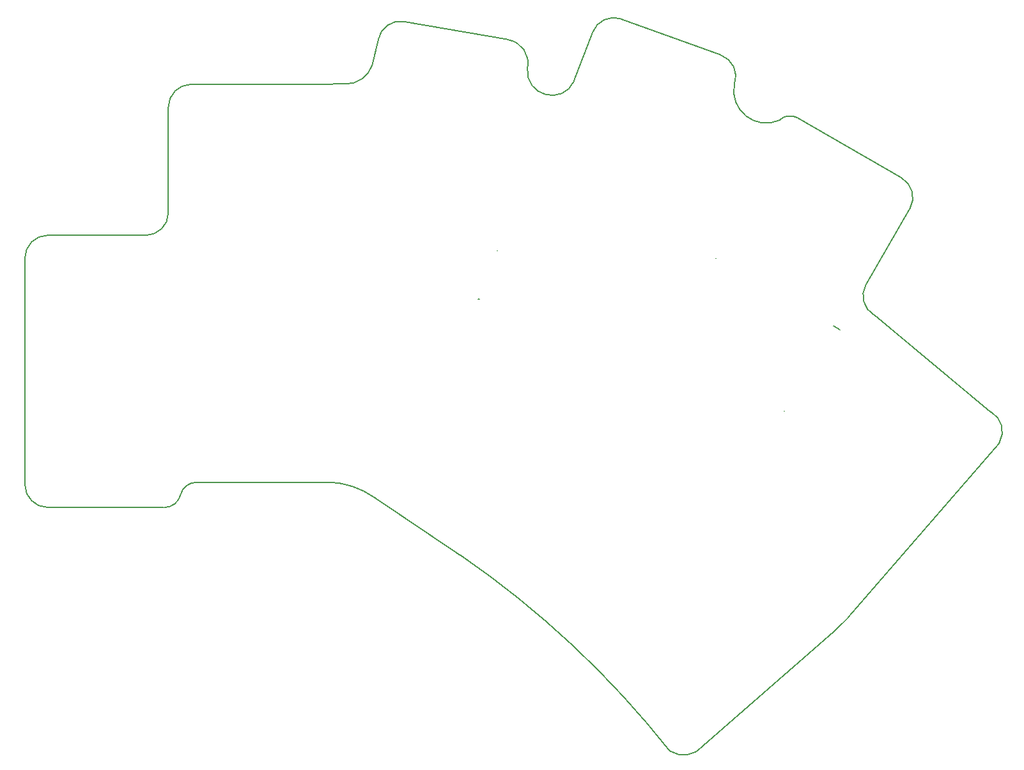
<source format=gbr>
%TF.GenerationSoftware,KiCad,Pcbnew,(6.0.5)*%
%TF.CreationDate,2022-05-06T01:30:31+03:00*%
%TF.ProjectId,main,6d61696e-2e6b-4696-9361-645f70636258,v1.0.0*%
%TF.SameCoordinates,Original*%
%TF.FileFunction,Profile,NP*%
%FSLAX46Y46*%
G04 Gerber Fmt 4.6, Leading zero omitted, Abs format (unit mm)*
G04 Created by KiCad (PCBNEW (6.0.5)) date 2022-05-06 01:30:31*
%MOMM*%
%LPD*%
G01*
G04 APERTURE LIST*
%TA.AperFunction,Profile*%
%ADD10C,0.150000*%
%TD*%
G04 APERTURE END LIST*
D10*
X240780487Y-92126526D02*
G75*
G03*
X246986649Y-93798037I3235708J-343325D01*
G01*
X249399972Y-87403359D02*
X246986649Y-93798037D01*
X268188757Y-94242729D02*
G75*
G03*
X274157787Y-99027223I4214285J-858013D01*
G01*
X291429401Y-110766916D02*
X285620573Y-120764633D01*
X285620574Y-120764633D02*
G75*
G03*
X286718649Y-124862709I2598076J-1500000D01*
G01*
X302178924Y-137669884D02*
X286718649Y-124862709D01*
X303276999Y-141767960D02*
G75*
G03*
X302178924Y-137669884I-2598076J1500000D01*
G01*
X281394658Y-166783082D02*
G75*
G03*
X283273278Y-164924494I-22198090J24316071D01*
G01*
X283273278Y-164924494D02*
X303224851Y-141845565D01*
X264064142Y-181913861D02*
X281394658Y-166783082D01*
X259643442Y-182609496D02*
G75*
G03*
X264064142Y-181913861I1809630J2894356D01*
G01*
X220436243Y-148967340D02*
G75*
G03*
X214587967Y-146980582I-6399907J-9237991D01*
G01*
X231893758Y-156644956D02*
X220436243Y-148967340D01*
X259638317Y-182617694D02*
G75*
G03*
X231893758Y-156644956I-99689472J-78685142D01*
G01*
X196943825Y-146995317D02*
X214587967Y-146980582D01*
X196943825Y-146995317D02*
G75*
G03*
X194822505Y-148664766I13512J-2199643D01*
G01*
X192701185Y-150327773D02*
G75*
G03*
X194822505Y-148664766I0J2184474D01*
G01*
X177220000Y-150320000D02*
X192608353Y-150325380D01*
X220193235Y-91788755D02*
X221009396Y-88381561D01*
X213360000Y-94274872D02*
X216717867Y-94222235D01*
X216717867Y-94222285D02*
G75*
G03*
X220193235Y-91788755I26374J3660718D01*
G01*
X174220000Y-147320000D02*
X174220000Y-117274872D01*
X177220000Y-114274872D02*
X190220000Y-114274872D01*
X193220000Y-111274872D02*
X193220000Y-97274872D01*
X196220000Y-94274872D02*
X213360000Y-94274872D01*
X234250826Y-122702319D02*
X234413411Y-122730988D01*
X224484764Y-85948081D02*
X238272073Y-88379156D01*
X236746952Y-116319636D02*
X236746952Y-116319636D01*
X253245110Y-85610341D02*
X266400807Y-90398623D01*
X274813376Y-137546717D02*
X274813376Y-137546717D01*
X276474918Y-98668840D02*
X290331325Y-106668840D01*
X282179401Y-126788386D02*
X281313376Y-126288386D01*
X265724918Y-117288386D02*
X265724918Y-117288386D01*
X291429401Y-110766916D02*
G75*
G03*
X290331325Y-106668840I-2598076J1500000D01*
G01*
X276474918Y-98668841D02*
G75*
G03*
X274157787Y-99027223I-915454J-1751035D01*
G01*
X268193825Y-94243761D02*
G75*
G03*
X266400807Y-90398623I-2819078J1026060D01*
G01*
X253245110Y-85610341D02*
G75*
G03*
X249399972Y-87403359I-1026060J-2819078D01*
G01*
X240778923Y-92126360D02*
G75*
G03*
X238272073Y-88379156I-3049090J672317D01*
G01*
X224484764Y-85948081D02*
G75*
G03*
X221009396Y-88381561I-520944J-2954424D01*
G01*
X196220000Y-94274872D02*
G75*
G03*
X193220000Y-97274872I0J-3000000D01*
G01*
X190220000Y-114274872D02*
G75*
G03*
X193220000Y-111274872I0J3000000D01*
G01*
X177220000Y-114274872D02*
G75*
G03*
X174220000Y-117274872I0J-3000000D01*
G01*
X174220000Y-147320000D02*
G75*
G03*
X177220000Y-150320000I3000000J0D01*
G01*
M02*

</source>
